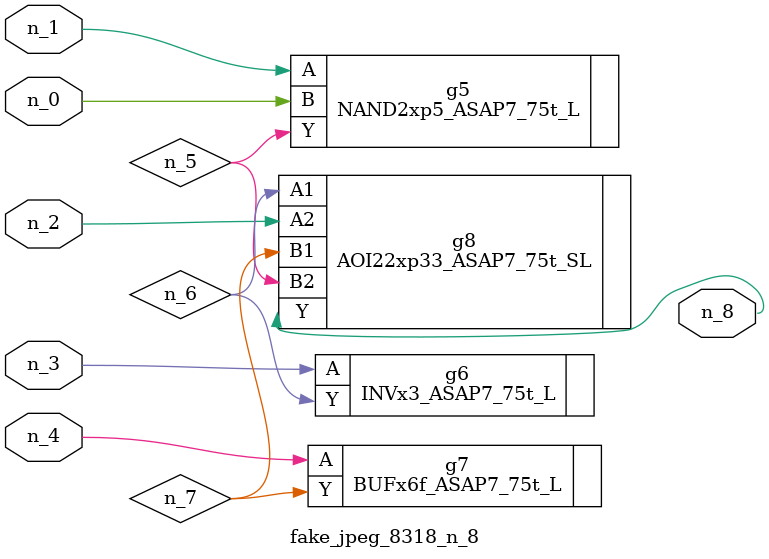
<source format=v>
module fake_jpeg_8318_n_8 (n_3, n_2, n_1, n_0, n_4, n_8);

input n_3;
input n_2;
input n_1;
input n_0;
input n_4;

output n_8;

wire n_6;
wire n_5;
wire n_7;

NAND2xp5_ASAP7_75t_L g5 ( 
.A(n_1),
.B(n_0),
.Y(n_5)
);

INVx3_ASAP7_75t_L g6 ( 
.A(n_3),
.Y(n_6)
);

BUFx6f_ASAP7_75t_L g7 ( 
.A(n_4),
.Y(n_7)
);

AOI22xp33_ASAP7_75t_SL g8 ( 
.A1(n_6),
.A2(n_2),
.B1(n_7),
.B2(n_5),
.Y(n_8)
);


endmodule
</source>
